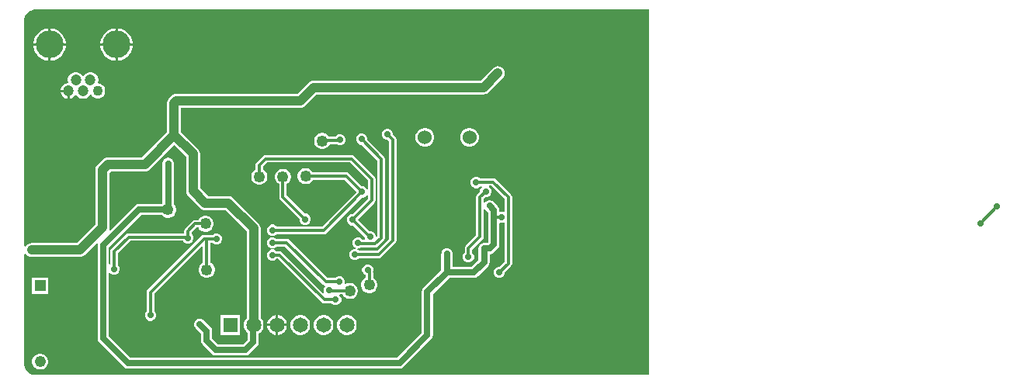
<source format=gbr>
%TF.GenerationSoftware,Altium Limited,Altium Designer,23.9.2 (47)*%
G04 Layer_Physical_Order=2*
G04 Layer_Color=16711680*
%FSLAX45Y45*%
%MOMM*%
%TF.SameCoordinates,CBF7E160-FA54-4A09-933F-9C1B5268631E*%
%TF.FilePolarity,Positive*%
%TF.FileFunction,Copper,L2,Bot,Signal*%
%TF.Part,Single*%
G01*
G75*
%TA.AperFunction,SMDPad,CuDef*%
%ADD19C,1.25000*%
%TA.AperFunction,Conductor*%
%ADD34C,1.00000*%
%ADD37C,0.70000*%
%ADD39C,0.30000*%
%TA.AperFunction,ComponentPad*%
%ADD41C,1.10000*%
%ADD42C,1.20000*%
%ADD43C,3.03000*%
%ADD44C,1.52400*%
%ADD45C,1.65000*%
%ADD46R,1.65000X1.65000*%
%ADD47R,1.23800X1.23800*%
%ADD48C,1.23800*%
%TA.AperFunction,ViaPad*%
%ADD49C,0.70000*%
G36*
X11506809Y7284364D02*
Y7144637D01*
X11496249Y7137581D01*
X11484614Y7142400D01*
X11460586D01*
X11460143Y7142217D01*
X11449583Y7149272D01*
Y7160400D01*
X11444896Y7183967D01*
X11431546Y7203946D01*
X11386546Y7248946D01*
X11381502Y7252316D01*
X11377214Y7256604D01*
X11371610Y7258926D01*
X11366567Y7262295D01*
X11360618Y7263479D01*
X11355014Y7265800D01*
X11348949D01*
X11343000Y7266983D01*
X11337051Y7265800D01*
X11330986D01*
X11325382Y7263479D01*
X11319433Y7262295D01*
X11314390Y7258926D01*
X11308786Y7256604D01*
X11304498Y7252316D01*
X11299454Y7248946D01*
X11296084Y7243902D01*
X11292891Y7240710D01*
X11287802Y7241331D01*
X11280191Y7244603D01*
Y7285938D01*
X11297853Y7303600D01*
X11312014D01*
X11334214Y7312795D01*
X11351205Y7329786D01*
X11360400Y7351986D01*
Y7376014D01*
X11351205Y7398214D01*
X11336656Y7412762D01*
X11339765Y7424192D01*
X11340550Y7425462D01*
X11365711D01*
X11506809Y7284364D01*
D02*
G37*
G36*
X6391000Y9351000D02*
X6391000Y9351000D01*
X13083000D01*
Y9217000D01*
Y5594000D01*
Y5361037D01*
X6392001Y5360999D01*
X6379984Y5360999D01*
X6356414Y5365687D01*
X6334211Y5374884D01*
X6314229Y5388235D01*
X6297236Y5405228D01*
X6283885Y5425210D01*
X6274688Y5447413D01*
X6270000Y5470983D01*
X6270000Y5483000D01*
Y6678205D01*
X6281365Y6684316D01*
X6282700Y6684243D01*
X6294224Y6669224D01*
X6309975Y6657138D01*
X6328317Y6649541D01*
X6348000Y6646949D01*
X6874000D01*
X6893683Y6649541D01*
X6912025Y6657138D01*
X6927776Y6669224D01*
X7060165Y6801613D01*
X7071869Y6795357D01*
X7068417Y6778000D01*
Y5759000D01*
X7073104Y5735433D01*
X7086454Y5715454D01*
X7354454Y5447454D01*
X7374433Y5434104D01*
X7398000Y5429417D01*
X10361000D01*
X10384567Y5434104D01*
X10404546Y5447454D01*
X10706546Y5749454D01*
X10719896Y5769433D01*
X10724583Y5793000D01*
Y6240491D01*
X10902509Y6418417D01*
X11172000D01*
X11195567Y6423105D01*
X11215546Y6436454D01*
X11327546Y6548454D01*
X11340896Y6568433D01*
X11345583Y6592000D01*
Y6678417D01*
X11346995D01*
X11370562Y6683104D01*
X11390541Y6696454D01*
X11431546Y6737459D01*
X11444896Y6757438D01*
X11449583Y6781005D01*
Y7014728D01*
X11460143Y7021784D01*
X11460586Y7021600D01*
X11484614D01*
X11496249Y7026419D01*
X11506809Y7019363D01*
Y6594062D01*
X11452147Y6539400D01*
X11437986D01*
X11415786Y6530205D01*
X11398795Y6513214D01*
X11389600Y6491014D01*
Y6466986D01*
X11398795Y6444786D01*
X11415786Y6427795D01*
X11437986Y6418600D01*
X11462014D01*
X11484214Y6427795D01*
X11501205Y6444786D01*
X11510400Y6466986D01*
Y6481147D01*
X11577127Y6547873D01*
X11586056Y6561237D01*
X11589191Y6577000D01*
Y7301426D01*
X11586056Y7317190D01*
X11577127Y7330553D01*
X11411899Y7495780D01*
X11398536Y7504709D01*
X11382773Y7507845D01*
X11234573D01*
X11232214Y7510205D01*
X11210014Y7519400D01*
X11185986D01*
X11163786Y7510205D01*
X11146795Y7493214D01*
X11137600Y7471014D01*
Y7446986D01*
X11146795Y7424786D01*
X11163786Y7407795D01*
X11185986Y7398600D01*
X11210014D01*
X11232214Y7407795D01*
X11247887Y7423469D01*
X11250605Y7423628D01*
X11253935Y7423135D01*
X11255990Y7422416D01*
X11259314Y7408732D01*
X11248795Y7398214D01*
X11239600Y7376014D01*
Y7361853D01*
X11209873Y7332127D01*
X11200944Y7318763D01*
X11197808Y7303000D01*
Y6884062D01*
X11083873Y6770127D01*
X11074944Y6756763D01*
X11071809Y6741000D01*
Y6693227D01*
X11061796Y6683214D01*
X11052600Y6661014D01*
Y6636986D01*
X11061796Y6614786D01*
X11078786Y6597795D01*
X11100986Y6588600D01*
X11125014D01*
X11147214Y6597795D01*
X11164205Y6614786D01*
X11173400Y6636986D01*
Y6661014D01*
X11164205Y6683214D01*
X11154192Y6693227D01*
Y6723938D01*
X11268127Y6837873D01*
X11277056Y6851237D01*
X11280191Y6867000D01*
Y7166196D01*
X11287802Y7169469D01*
X11292891Y7170090D01*
X11296084Y7166898D01*
X11299454Y7161854D01*
X11326417Y7134891D01*
Y7082000D01*
Y6806514D01*
X11321486Y6801583D01*
X11284000D01*
X11278051Y6800400D01*
X11271986D01*
X11266382Y6798079D01*
X11260433Y6796895D01*
X11255390Y6793526D01*
X11249786Y6791205D01*
X11245498Y6786916D01*
X11240454Y6783546D01*
X11237084Y6778502D01*
X11232795Y6774214D01*
X11230474Y6768610D01*
X11227105Y6763567D01*
X11225921Y6757618D01*
X11223600Y6752014D01*
Y6745949D01*
X11222417Y6740000D01*
Y6617509D01*
X11146491Y6541583D01*
X10938583D01*
Y6678973D01*
X10939583Y6684000D01*
X10938400Y6689949D01*
Y6696014D01*
X10936079Y6701618D01*
X10934896Y6707567D01*
X10931526Y6712610D01*
X10929205Y6718214D01*
X10924916Y6722502D01*
X10921546Y6727546D01*
X10916502Y6730916D01*
X10912214Y6735205D01*
X10906610Y6737526D01*
X10901567Y6740896D01*
X10895618Y6742079D01*
X10890014Y6744400D01*
X10883949D01*
X10878000Y6745583D01*
X10872051Y6744400D01*
X10865986D01*
X10860382Y6742079D01*
X10854433Y6740896D01*
X10849390Y6737526D01*
X10843786Y6735205D01*
X10839498Y6730916D01*
X10834454Y6727546D01*
X10833454Y6726546D01*
X10830084Y6721502D01*
X10826795Y6718214D01*
X10825016Y6713917D01*
X10820105Y6706567D01*
X10818380Y6697897D01*
X10817600Y6696014D01*
Y6693976D01*
X10815417Y6683000D01*
Y6505509D01*
X10619454Y6309546D01*
X10606105Y6289567D01*
X10601417Y6266000D01*
Y5818509D01*
X10335491Y5552583D01*
X7423509D01*
X7191583Y5784509D01*
Y6468038D01*
X7204283Y6473298D01*
X7213786Y6463795D01*
X7235986Y6454600D01*
X7260014D01*
X7282214Y6463795D01*
X7299205Y6480786D01*
X7308400Y6502986D01*
Y6527014D01*
X7299205Y6549214D01*
X7289191Y6559227D01*
Y6688014D01*
X7424986Y6823809D01*
X8002372D01*
X8002795Y6822786D01*
X8019786Y6805795D01*
X8041986Y6796600D01*
X8066014D01*
X8088214Y6805795D01*
X8105205Y6822786D01*
X8114400Y6844986D01*
Y6869014D01*
X8105205Y6891214D01*
X8095191Y6901227D01*
Y6915938D01*
X8148062Y6968809D01*
X8167284D01*
X8174663Y6956028D01*
X8191028Y6939663D01*
X8211072Y6928090D01*
X8233428Y6922100D01*
X8256572D01*
X8278928Y6928090D01*
X8298972Y6939663D01*
X8315337Y6956028D01*
X8326910Y6976072D01*
X8332900Y6998428D01*
Y7021572D01*
X8326910Y7043928D01*
X8315337Y7063972D01*
X8298972Y7080337D01*
X8278928Y7091910D01*
X8256572Y7097900D01*
X8233428D01*
X8211072Y7091910D01*
X8191028Y7080337D01*
X8174663Y7063972D01*
X8167284Y7051191D01*
X8131000D01*
X8115237Y7048056D01*
X8101873Y7039127D01*
X8024873Y6962127D01*
X8015944Y6948763D01*
X8012808Y6933000D01*
Y6906191D01*
X7407924D01*
X7392161Y6903056D01*
X7378797Y6894127D01*
X7218873Y6734203D01*
X7209944Y6720839D01*
X7206809Y6705076D01*
Y6569402D01*
X7204283Y6567715D01*
X7191583Y6574503D01*
Y6752491D01*
X7542032Y7102940D01*
X7773798D01*
X7782552Y7094186D01*
X7802596Y7082614D01*
X7824951Y7076623D01*
X7848096D01*
X7870452Y7082614D01*
X7890496Y7094186D01*
X7906861Y7110551D01*
X7918433Y7130595D01*
X7924424Y7152951D01*
Y7176096D01*
X7918433Y7198451D01*
X7906861Y7218495D01*
X7898583Y7226773D01*
Y7669000D01*
X7897400Y7674949D01*
Y7681014D01*
X7895079Y7686618D01*
X7893896Y7692567D01*
X7890526Y7697610D01*
X7888205Y7703214D01*
X7883916Y7707502D01*
X7880546Y7712546D01*
X7875502Y7715916D01*
X7871214Y7720205D01*
X7865610Y7722526D01*
X7860567Y7725895D01*
X7854618Y7727079D01*
X7849014Y7729400D01*
X7842949D01*
X7837000Y7730583D01*
X7831051Y7729400D01*
X7824986D01*
X7819382Y7727079D01*
X7813433Y7725895D01*
X7808390Y7722526D01*
X7802786Y7720205D01*
X7798498Y7715916D01*
X7793454Y7712546D01*
X7790084Y7707502D01*
X7785795Y7703214D01*
X7783474Y7697610D01*
X7780105Y7692567D01*
X7778921Y7686618D01*
X7776600Y7681014D01*
Y7674949D01*
X7775417Y7669000D01*
Y7227726D01*
X7773798Y7226107D01*
X7516523D01*
X7492957Y7221419D01*
X7472977Y7208069D01*
X7204243Y6939335D01*
X7193476Y6946529D01*
X7195459Y6951317D01*
X7198051Y6971000D01*
Y7567920D01*
X7212080Y7581949D01*
X7583000D01*
X7602683Y7584541D01*
X7621025Y7592138D01*
X7636776Y7604224D01*
X7903000Y7870448D01*
X8032949Y7740499D01*
Y7369000D01*
X8035541Y7349317D01*
X8043138Y7330975D01*
X8055224Y7315224D01*
X8189224Y7181224D01*
X8204975Y7169138D01*
X8212572Y7165991D01*
X8223317Y7161541D01*
X8243000Y7158949D01*
X8465499D01*
X8693949Y6930499D01*
Y5982543D01*
X8683659Y5972252D01*
X8669453Y5947648D01*
X8662100Y5920205D01*
Y5891795D01*
X8669453Y5864352D01*
X8683659Y5839748D01*
X8701917Y5821490D01*
Y5744009D01*
X8653491Y5695583D01*
X8385509D01*
X8316583Y5764509D01*
Y5841000D01*
X8311895Y5864567D01*
X8298546Y5884546D01*
X8225546Y5957546D01*
X8220502Y5960916D01*
X8216214Y5965205D01*
X8210610Y5967526D01*
X8205567Y5970896D01*
X8199618Y5972079D01*
X8194014Y5974400D01*
X8187949D01*
X8182000Y5975583D01*
X8176051Y5974400D01*
X8169986D01*
X8164382Y5972079D01*
X8158433Y5970896D01*
X8153390Y5967526D01*
X8147786Y5965205D01*
X8143498Y5960916D01*
X8138454Y5957546D01*
X8135084Y5952502D01*
X8130795Y5948214D01*
X8128474Y5942610D01*
X8125104Y5937567D01*
X8123921Y5931618D01*
X8121600Y5926014D01*
Y5919949D01*
X8120417Y5914000D01*
X8121600Y5908051D01*
Y5901986D01*
X8123921Y5896382D01*
X8125104Y5890433D01*
X8128474Y5885390D01*
X8130795Y5879786D01*
X8135084Y5875498D01*
X8138454Y5870454D01*
X8193417Y5815491D01*
Y5739000D01*
X8198105Y5715433D01*
X8211454Y5695454D01*
X8316454Y5590454D01*
X8336433Y5577104D01*
X8360000Y5572417D01*
X8679000D01*
X8702567Y5577104D01*
X8722546Y5590454D01*
X8807046Y5674954D01*
X8820396Y5694933D01*
X8825083Y5718500D01*
Y5813210D01*
X8836252Y5819659D01*
X8856341Y5839748D01*
X8870547Y5864352D01*
X8877900Y5891795D01*
Y5920205D01*
X8870547Y5947648D01*
X8856341Y5972252D01*
X8846051Y5982543D01*
Y6962000D01*
X8843459Y6981684D01*
X8835862Y7000026D01*
X8823776Y7015776D01*
X8550776Y7288776D01*
X8535026Y7300862D01*
X8516684Y7308459D01*
X8497000Y7311051D01*
X8274501D01*
X8185051Y7400501D01*
Y7772000D01*
X8182459Y7791683D01*
X8178009Y7802428D01*
X8174862Y7810025D01*
X8162776Y7825776D01*
X7979051Y8009501D01*
Y8274949D01*
X9278000D01*
X9297683Y8277541D01*
X9316025Y8285138D01*
X9331776Y8297224D01*
X9333776Y8299224D01*
X9333777Y8299225D01*
X9455501Y8420949D01*
X11277000D01*
X11296684Y8423541D01*
X11315025Y8431138D01*
X11330776Y8443224D01*
X11486776Y8599224D01*
X11498862Y8614975D01*
X11506459Y8633317D01*
X11509051Y8653000D01*
X11506459Y8672683D01*
X11498862Y8691025D01*
X11486776Y8706776D01*
X11471025Y8718862D01*
X11452683Y8726459D01*
X11433000Y8729051D01*
X11413317Y8726459D01*
X11394975Y8718862D01*
X11379224Y8706776D01*
X11245499Y8573051D01*
X9424000D01*
X9404316Y8570459D01*
X9385975Y8562862D01*
X9370224Y8550776D01*
X9246499Y8427051D01*
X7925000D01*
X7905316Y8424459D01*
X7886975Y8416862D01*
X7871224Y8404776D01*
X7849224Y8382776D01*
X7837138Y8367025D01*
X7829541Y8348684D01*
X7826949Y8329000D01*
Y8009501D01*
X7551499Y7734051D01*
X7180579D01*
X7160895Y7731459D01*
X7150151Y7727009D01*
X7142553Y7723862D01*
X7126803Y7711776D01*
X7068224Y7653197D01*
X7056138Y7637446D01*
X7048541Y7619105D01*
X7045949Y7599421D01*
Y7002501D01*
X6842499Y6799051D01*
X6348000D01*
X6328317Y6796459D01*
X6309975Y6788862D01*
X6294224Y6776776D01*
X6282700Y6761757D01*
X6281365Y6761684D01*
X6270000Y6767795D01*
Y9230000D01*
X6269999Y9241917D01*
X6274648Y9265295D01*
X6283768Y9287316D01*
X6297010Y9307135D01*
X6313864Y9323989D01*
X6333683Y9337231D01*
X6355704Y9346352D01*
X6379082Y9351001D01*
X6391000Y9351000D01*
D02*
G37*
%LPC*%
G36*
X7292423Y9142400D02*
X7287700D01*
Y8978200D01*
X7451899D01*
Y8982923D01*
X7445101Y9017100D01*
X7431766Y9049294D01*
X7412407Y9078267D01*
X7387767Y9102907D01*
X7358793Y9122266D01*
X7326600Y9135602D01*
X7292423Y9142400D01*
D02*
G37*
G36*
X6562423D02*
X6557700D01*
Y8978200D01*
X6721899D01*
Y8982923D01*
X6715101Y9017100D01*
X6701766Y9049294D01*
X6682407Y9078267D01*
X6657767Y9102907D01*
X6628793Y9122266D01*
X6596599Y9135602D01*
X6562423Y9142400D01*
D02*
G37*
G36*
X7262300D02*
X7257577D01*
X7223400Y9135602D01*
X7191206Y9122266D01*
X7162233Y9102907D01*
X7137593Y9078267D01*
X7118233Y9049294D01*
X7104898Y9017100D01*
X7098100Y8982923D01*
Y8978200D01*
X7262300D01*
Y9142400D01*
D02*
G37*
G36*
X6532300D02*
X6527576D01*
X6493400Y9135602D01*
X6461206Y9122266D01*
X6432233Y9102907D01*
X6407592Y9078267D01*
X6388233Y9049294D01*
X6374898Y9017100D01*
X6368100Y8982923D01*
Y8978200D01*
X6532300D01*
Y9142400D01*
D02*
G37*
G36*
X7451899Y8952800D02*
X7287700D01*
Y8788600D01*
X7292423D01*
X7326600Y8795398D01*
X7358793Y8808733D01*
X7387767Y8828093D01*
X7412407Y8852733D01*
X7431766Y8881706D01*
X7445101Y8913900D01*
X7451899Y8948077D01*
Y8952800D01*
D02*
G37*
G36*
X7262300D02*
X7098100D01*
Y8948077D01*
X7104898Y8913900D01*
X7118233Y8881706D01*
X7137593Y8852733D01*
X7162233Y8828093D01*
X7191206Y8808733D01*
X7223400Y8795398D01*
X7257577Y8788600D01*
X7262300D01*
Y8952800D01*
D02*
G37*
G36*
X6721899D02*
X6557700D01*
Y8788600D01*
X6562423D01*
X6596599Y8795398D01*
X6628793Y8808733D01*
X6657767Y8828093D01*
X6682407Y8852733D01*
X6701766Y8881706D01*
X6715101Y8913900D01*
X6721899Y8948077D01*
Y8952800D01*
D02*
G37*
G36*
X6532300D02*
X6368100D01*
Y8948077D01*
X6374898Y8913900D01*
X6388233Y8881706D01*
X6407592Y8852733D01*
X6432233Y8828093D01*
X6461206Y8808733D01*
X6493400Y8795398D01*
X6527576Y8788600D01*
X6532300D01*
Y8952800D01*
D02*
G37*
G36*
X7001243Y8665900D02*
X6978756D01*
X6957036Y8660080D01*
X6937563Y8648837D01*
X6921663Y8632937D01*
X6917332Y8625436D01*
X6902667D01*
X6898336Y8632937D01*
X6882436Y8648837D01*
X6862963Y8660080D01*
X6841243Y8665900D01*
X6818756D01*
X6797036Y8660080D01*
X6777563Y8648837D01*
X6761663Y8632937D01*
X6750420Y8613463D01*
X6744600Y8591743D01*
Y8569257D01*
X6747455Y8558600D01*
X6738756Y8545900D01*
X6717036Y8540080D01*
X6697563Y8528837D01*
X6681663Y8512937D01*
X6670419Y8493463D01*
X6664990Y8473200D01*
X6749999D01*
Y8460500D01*
X6762699D01*
Y8375490D01*
X6782963Y8380920D01*
X6802436Y8392163D01*
X6818336Y8408063D01*
X6822667Y8415564D01*
X6837332D01*
X6841663Y8408063D01*
X6857563Y8392163D01*
X6877037Y8380920D01*
X6898757Y8375100D01*
X6921243D01*
X6942963Y8380920D01*
X6962436Y8392163D01*
X6978337Y8408063D01*
X6985554Y8420564D01*
X7000219D01*
X7005664Y8411133D01*
X7020633Y8396164D01*
X7038966Y8385579D01*
X7059415Y8380100D01*
X7080585D01*
X7101033Y8385579D01*
X7119366Y8396164D01*
X7134335Y8411133D01*
X7144920Y8429467D01*
X7150399Y8449915D01*
Y8471085D01*
X7144920Y8491533D01*
X7134335Y8509867D01*
X7119366Y8524836D01*
X7101033Y8535421D01*
X7080585Y8540900D01*
X7079276D01*
X7071204Y8553600D01*
X7075399Y8569257D01*
Y8591743D01*
X7069579Y8613463D01*
X7058336Y8632937D01*
X7042436Y8648837D01*
X7022963Y8660080D01*
X7001243Y8665900D01*
D02*
G37*
G36*
X6737299Y8447800D02*
X6664990D01*
X6670419Y8427537D01*
X6681663Y8408063D01*
X6697563Y8392163D01*
X6717036Y8380920D01*
X6737299Y8375490D01*
Y8447800D01*
D02*
G37*
G36*
X9528572Y8002900D02*
X9505428D01*
X9483072Y7996910D01*
X9463028Y7985337D01*
X9446663Y7968972D01*
X9435090Y7948928D01*
X9429100Y7926572D01*
Y7903428D01*
X9435090Y7881072D01*
X9446663Y7861028D01*
X9463028Y7844662D01*
X9483072Y7833090D01*
X9505428Y7827100D01*
X9528572D01*
X9550928Y7833090D01*
X9570972Y7844662D01*
X9587337Y7861028D01*
X9598758Y7880808D01*
X9669773D01*
X9675786Y7874795D01*
X9697986Y7865600D01*
X9722014D01*
X9744214Y7874795D01*
X9761205Y7891786D01*
X9770400Y7913986D01*
Y7938014D01*
X9761205Y7960214D01*
X9744214Y7977205D01*
X9722014Y7986400D01*
X9697986D01*
X9675786Y7977205D01*
X9661773Y7963191D01*
X9590675D01*
X9587337Y7968972D01*
X9570972Y7985337D01*
X9550928Y7996910D01*
X9528572Y8002900D01*
D02*
G37*
G36*
X11138376Y8055600D02*
X11111624D01*
X11085784Y8048676D01*
X11062616Y8035300D01*
X11043700Y8016384D01*
X11030324Y7993216D01*
X11023400Y7967376D01*
Y7940624D01*
X11030324Y7914784D01*
X11043700Y7891616D01*
X11062616Y7872700D01*
X11085784Y7859324D01*
X11111624Y7852400D01*
X11138376D01*
X11164216Y7859324D01*
X11187384Y7872700D01*
X11206300Y7891616D01*
X11219676Y7914784D01*
X11226600Y7940624D01*
Y7967376D01*
X11219676Y7993216D01*
X11206300Y8016384D01*
X11187384Y8035300D01*
X11164216Y8048676D01*
X11138376Y8055600D01*
D02*
G37*
G36*
X10650376D02*
X10623624D01*
X10597784Y8048676D01*
X10574616Y8035300D01*
X10555700Y8016384D01*
X10542324Y7993216D01*
X10535400Y7967376D01*
Y7940624D01*
X10542324Y7914784D01*
X10555700Y7891616D01*
X10574616Y7872700D01*
X10597784Y7859324D01*
X10623624Y7852400D01*
X10650376D01*
X10676216Y7859324D01*
X10699384Y7872700D01*
X10718300Y7891616D01*
X10731676Y7914784D01*
X10738600Y7940624D01*
Y7967376D01*
X10731676Y7993216D01*
X10718300Y8016384D01*
X10699384Y8035300D01*
X10676216Y8048676D01*
X10650376Y8055600D01*
D02*
G37*
G36*
X9100572Y7609900D02*
X9077428D01*
X9055072Y7603910D01*
X9035028Y7592337D01*
X9018663Y7575972D01*
X9007090Y7555928D01*
X9001100Y7533572D01*
Y7510428D01*
X9007090Y7488072D01*
X9018663Y7468028D01*
X9035028Y7451663D01*
X9047809Y7444284D01*
Y7304000D01*
X9050944Y7288237D01*
X9059873Y7274873D01*
X9272600Y7062146D01*
Y7047986D01*
X9281795Y7025786D01*
X9298786Y7008795D01*
X9320986Y6999600D01*
X9345014D01*
X9367214Y7008795D01*
X9384204Y7025786D01*
X9393400Y7047986D01*
Y7072014D01*
X9384204Y7094214D01*
X9367214Y7111205D01*
X9345014Y7120400D01*
X9330854D01*
X9130192Y7321062D01*
Y7444284D01*
X9142972Y7451663D01*
X9159338Y7468028D01*
X9170910Y7488072D01*
X9176900Y7510428D01*
Y7533572D01*
X9170910Y7555928D01*
X9159338Y7575972D01*
X9142972Y7592337D01*
X9122928Y7603910D01*
X9100572Y7609900D01*
D02*
G37*
G36*
X8377014Y6907400D02*
X8352986D01*
X8330786Y6898205D01*
X8320773Y6888191D01*
X8228000D01*
X8212237Y6885056D01*
X8198873Y6876127D01*
X7614873Y6292127D01*
X7605944Y6278763D01*
X7602809Y6263000D01*
Y6055227D01*
X7592795Y6045214D01*
X7583600Y6023014D01*
Y5998986D01*
X7592795Y5976786D01*
X7609786Y5959795D01*
X7631986Y5950600D01*
X7656014D01*
X7678214Y5959795D01*
X7695205Y5976786D01*
X7704400Y5998986D01*
Y6023014D01*
X7695205Y6045214D01*
X7685191Y6055227D01*
Y6245938D01*
X8206075Y6766822D01*
X8217809Y6761962D01*
Y6585716D01*
X8205028Y6578337D01*
X8188663Y6561972D01*
X8177090Y6541928D01*
X8171100Y6519572D01*
Y6496428D01*
X8177090Y6474072D01*
X8188663Y6454028D01*
X8205028Y6437663D01*
X8225072Y6426090D01*
X8247428Y6420100D01*
X8270572D01*
X8292928Y6426090D01*
X8312972Y6437663D01*
X8329337Y6454028D01*
X8340910Y6474072D01*
X8346900Y6496428D01*
Y6519572D01*
X8340910Y6541928D01*
X8329337Y6561972D01*
X8312972Y6578337D01*
X8300191Y6585716D01*
Y6805809D01*
X8320773D01*
X8330786Y6795795D01*
X8352986Y6786600D01*
X8377014D01*
X8399214Y6795795D01*
X8416205Y6812786D01*
X8425400Y6834986D01*
Y6859014D01*
X8416205Y6881214D01*
X8399214Y6898205D01*
X8377014Y6907400D01*
D02*
G37*
G36*
X10241014Y8048400D02*
X10216986D01*
X10194786Y8039205D01*
X10177795Y8022214D01*
X10168600Y8000014D01*
Y7975986D01*
X10177795Y7953786D01*
X10194786Y7936795D01*
X10216986Y7927600D01*
X10231147D01*
X10245809Y7912938D01*
Y6847062D01*
X10114938Y6716192D01*
X9920227D01*
X9910214Y6726205D01*
X9901292Y6729900D01*
X9903819Y6742600D01*
X9921014D01*
X9940411Y6750634D01*
X9946574Y6749408D01*
X10096600D01*
X10112363Y6752544D01*
X10125727Y6761473D01*
X10190127Y6825873D01*
X10199056Y6839237D01*
X10202191Y6855000D01*
Y7720000D01*
X10199056Y7735763D01*
X10190127Y7749127D01*
X10008400Y7930853D01*
Y7945014D01*
X9999205Y7967214D01*
X9982214Y7984205D01*
X9960014Y7993400D01*
X9935986D01*
X9913786Y7984205D01*
X9896795Y7967214D01*
X9887600Y7945014D01*
Y7920986D01*
X9896795Y7898786D01*
X9913786Y7881795D01*
X9935986Y7872600D01*
X9950146D01*
X10119809Y7702938D01*
Y6875238D01*
X10112719Y6869695D01*
X10100400Y6875197D01*
Y6878014D01*
X10091205Y6900214D01*
X10074214Y6917205D01*
X10052014Y6926400D01*
X10034853D01*
X9907400Y7053853D01*
Y7055147D01*
X10088127Y7235873D01*
X10097056Y7249237D01*
X10100191Y7265000D01*
Y7497000D01*
X10097056Y7512763D01*
X10088127Y7526127D01*
X9865127Y7749127D01*
X9851763Y7758056D01*
X9836000Y7761191D01*
X8902000D01*
X8886237Y7758056D01*
X8872873Y7749127D01*
X8801873Y7678127D01*
X8792944Y7664763D01*
X8789809Y7649000D01*
Y7601716D01*
X8777028Y7594337D01*
X8760663Y7577972D01*
X8749090Y7557928D01*
X8743100Y7535572D01*
Y7512428D01*
X8749090Y7490072D01*
X8760663Y7470028D01*
X8777028Y7453663D01*
X8797072Y7442090D01*
X8819428Y7436100D01*
X8842572D01*
X8864928Y7442090D01*
X8884972Y7453663D01*
X8901338Y7470028D01*
X8912910Y7490072D01*
X8918900Y7512428D01*
Y7535572D01*
X8912910Y7557928D01*
X8901338Y7577972D01*
X8884972Y7594337D01*
X8872192Y7601716D01*
Y7631938D01*
X8919062Y7678809D01*
X9818938D01*
X10017809Y7479938D01*
Y7389143D01*
X10005109Y7386617D01*
X10003205Y7391214D01*
X9986214Y7408205D01*
X9964014Y7417400D01*
X9949854D01*
X9807127Y7560127D01*
X9793763Y7569056D01*
X9778000Y7572191D01*
X9415716D01*
X9408338Y7584972D01*
X9391972Y7601337D01*
X9371928Y7612910D01*
X9349572Y7618900D01*
X9326428D01*
X9304072Y7612910D01*
X9284028Y7601337D01*
X9267663Y7584972D01*
X9256090Y7564928D01*
X9250100Y7542572D01*
Y7519428D01*
X9256090Y7497072D01*
X9267663Y7477028D01*
X9284028Y7460662D01*
X9304072Y7449090D01*
X9326428Y7443100D01*
X9349572D01*
X9371928Y7449090D01*
X9391972Y7460662D01*
X9408338Y7477028D01*
X9415716Y7489808D01*
X9760938D01*
X9891600Y7359146D01*
Y7354853D01*
X9514938Y6978192D01*
X9023227D01*
X9009214Y6992205D01*
X8987014Y7001400D01*
X8962986D01*
X8940786Y6992205D01*
X8923795Y6975214D01*
X8914600Y6953014D01*
Y6928986D01*
X8923795Y6906786D01*
X8940786Y6889795D01*
X8962986Y6880600D01*
X8987014D01*
X9009214Y6889795D01*
X9015227Y6895809D01*
X9532000D01*
X9547763Y6898944D01*
X9561127Y6907873D01*
X9949853Y7296600D01*
X9964014D01*
X9986214Y7305795D01*
X10003205Y7322786D01*
X10005109Y7327383D01*
X10017809Y7324857D01*
Y7282062D01*
X9849147Y7113400D01*
X9834986D01*
X9812786Y7104205D01*
X9795795Y7087214D01*
X9786600Y7065014D01*
Y7040986D01*
X9795795Y7018786D01*
X9812786Y7001795D01*
X9834986Y6992600D01*
X9852146D01*
X9979600Y6865147D01*
Y6853986D01*
X9984419Y6842351D01*
X9977363Y6831791D01*
X9962451D01*
X9960205Y6837214D01*
X9943214Y6854205D01*
X9921014Y6863400D01*
X9896986D01*
X9874786Y6854205D01*
X9857795Y6837214D01*
X9848600Y6815014D01*
Y6790986D01*
X9857795Y6768786D01*
X9874786Y6751795D01*
X9883708Y6748100D01*
X9881181Y6735400D01*
X9863986D01*
X9841786Y6726205D01*
X9824795Y6709214D01*
X9815600Y6687014D01*
Y6662986D01*
X9824795Y6640786D01*
X9841786Y6623795D01*
X9863986Y6614600D01*
X9888014D01*
X9910214Y6623795D01*
X9920227Y6633809D01*
X10132000D01*
X10147763Y6636944D01*
X10161127Y6645873D01*
X10316127Y6800873D01*
X10325056Y6814237D01*
X10328191Y6830000D01*
Y7930000D01*
X10325056Y7945763D01*
X10316127Y7959127D01*
X10289400Y7985853D01*
Y8000014D01*
X10280205Y8022214D01*
X10263214Y8039205D01*
X10241014Y8048400D01*
D02*
G37*
G36*
X10026014Y6567400D02*
X10001986D01*
X9979786Y6558205D01*
X9962795Y6541214D01*
X9953600Y6519014D01*
Y6494986D01*
X9962795Y6472786D01*
X9979786Y6455795D01*
X9989809Y6451644D01*
Y6420716D01*
X9977028Y6413337D01*
X9960663Y6396972D01*
X9949090Y6376928D01*
X9943100Y6354572D01*
Y6331428D01*
X9949090Y6309072D01*
X9960663Y6289028D01*
X9977028Y6272663D01*
X9997072Y6261090D01*
X10019428Y6255100D01*
X10042572D01*
X10064928Y6261090D01*
X10084972Y6272663D01*
X10101337Y6289028D01*
X10112910Y6309072D01*
X10118900Y6331428D01*
Y6354572D01*
X10112910Y6376928D01*
X10101337Y6396972D01*
X10084972Y6413337D01*
X10072191Y6420716D01*
Y6479176D01*
X10070783Y6486254D01*
X10074400Y6494986D01*
Y6519014D01*
X10065205Y6541214D01*
X10048214Y6558205D01*
X10026014Y6567400D01*
D02*
G37*
G36*
X8987014Y6864400D02*
X8962986D01*
X8940786Y6855205D01*
X8923795Y6838214D01*
X8914600Y6816014D01*
Y6791986D01*
X8923795Y6769786D01*
X8940786Y6752795D01*
X8962986Y6743600D01*
X8987014D01*
X9009214Y6752795D01*
X9019227Y6762809D01*
X9114938D01*
X9529874Y6347873D01*
X9543237Y6338944D01*
X9546013Y6338392D01*
X9550193Y6324611D01*
X9542795Y6317214D01*
X9533600Y6295014D01*
Y6270986D01*
X9539520Y6256694D01*
X9528753Y6249500D01*
X9079126Y6699127D01*
X9065763Y6708056D01*
X9050000Y6711192D01*
X9017227D01*
X9007214Y6721205D01*
X8985014Y6730400D01*
X8960986D01*
X8938786Y6721205D01*
X8921795Y6704214D01*
X8912600Y6682014D01*
Y6657986D01*
X8921795Y6635786D01*
X8938786Y6618795D01*
X8960986Y6609600D01*
X8985014D01*
X9007214Y6618795D01*
X9017227Y6628809D01*
X9032938D01*
X9509873Y6151873D01*
X9523236Y6142944D01*
X9539000Y6139809D01*
X9620773D01*
X9630786Y6129795D01*
X9652986Y6120600D01*
X9677014D01*
X9699214Y6129795D01*
X9716205Y6146786D01*
X9725400Y6168986D01*
Y6193014D01*
X9716205Y6215214D01*
X9704810Y6226609D01*
X9710070Y6239309D01*
X9739840D01*
X9748662Y6224028D01*
X9765028Y6207662D01*
X9785072Y6196090D01*
X9807428Y6190100D01*
X9830572D01*
X9852928Y6196090D01*
X9872972Y6207662D01*
X9889337Y6224028D01*
X9900910Y6244072D01*
X9906900Y6266428D01*
Y6289572D01*
X9900910Y6311928D01*
X9889337Y6331972D01*
X9872972Y6348337D01*
X9852928Y6359910D01*
X9830572Y6365900D01*
X9807428D01*
X9785072Y6359910D01*
X9775835Y6354577D01*
X9765751Y6363420D01*
X9766400Y6364986D01*
Y6389014D01*
X9757205Y6411214D01*
X9740214Y6428205D01*
X9718014Y6437400D01*
X9693986D01*
X9671786Y6428205D01*
X9661773Y6418191D01*
X9576062D01*
X9161127Y6833127D01*
X9147764Y6842056D01*
X9132000Y6845192D01*
X9019227D01*
X9009214Y6855205D01*
X8987014Y6864400D01*
D02*
G37*
G36*
X6529300Y6421900D02*
X6354700D01*
Y6247300D01*
X6529300D01*
Y6421900D01*
D02*
G37*
G36*
X9038205Y6013900D02*
X9036700D01*
Y5918700D01*
X9131900D01*
Y5920205D01*
X9124547Y5947648D01*
X9110341Y5972252D01*
X9090252Y5992342D01*
X9065648Y6006547D01*
X9038205Y6013900D01*
D02*
G37*
G36*
X9011300D02*
X9009795D01*
X8982352Y6006547D01*
X8957748Y5992342D01*
X8937659Y5972252D01*
X8923453Y5947648D01*
X8916100Y5920205D01*
Y5918700D01*
X9011300D01*
Y6013900D01*
D02*
G37*
G36*
X9800205D02*
X9771795D01*
X9744352Y6006547D01*
X9719748Y5992342D01*
X9699659Y5972252D01*
X9685453Y5947648D01*
X9678100Y5920205D01*
Y5891795D01*
X9685453Y5864352D01*
X9699659Y5839748D01*
X9719748Y5819659D01*
X9744352Y5805453D01*
X9771795Y5798100D01*
X9800205D01*
X9827648Y5805453D01*
X9852252Y5819659D01*
X9872341Y5839748D01*
X9886547Y5864352D01*
X9893900Y5891795D01*
Y5920205D01*
X9886547Y5947648D01*
X9872341Y5972252D01*
X9852252Y5992342D01*
X9827648Y6006547D01*
X9800205Y6013900D01*
D02*
G37*
G36*
X9546205D02*
X9517795D01*
X9490352Y6006547D01*
X9465748Y5992342D01*
X9445659Y5972252D01*
X9431453Y5947648D01*
X9424100Y5920205D01*
Y5891795D01*
X9431453Y5864352D01*
X9445659Y5839748D01*
X9465748Y5819659D01*
X9490352Y5805453D01*
X9517795Y5798100D01*
X9546205D01*
X9573648Y5805453D01*
X9598252Y5819659D01*
X9618341Y5839748D01*
X9632547Y5864352D01*
X9639900Y5891795D01*
Y5920205D01*
X9632547Y5947648D01*
X9618341Y5972252D01*
X9598252Y5992342D01*
X9573648Y6006547D01*
X9546205Y6013900D01*
D02*
G37*
G36*
X9292205D02*
X9263795D01*
X9236352Y6006547D01*
X9211748Y5992342D01*
X9191659Y5972252D01*
X9177453Y5947648D01*
X9170100Y5920205D01*
Y5891795D01*
X9177453Y5864352D01*
X9191659Y5839748D01*
X9211748Y5819659D01*
X9236352Y5805453D01*
X9263795Y5798100D01*
X9292205D01*
X9319648Y5805453D01*
X9344252Y5819659D01*
X9364341Y5839748D01*
X9378547Y5864352D01*
X9385900Y5891795D01*
Y5920205D01*
X9378547Y5947648D01*
X9364341Y5972252D01*
X9344252Y5992342D01*
X9319648Y6006547D01*
X9292205Y6013900D01*
D02*
G37*
G36*
X9131900Y5893300D02*
X9036700D01*
Y5798100D01*
X9038205D01*
X9065648Y5805453D01*
X9090252Y5819659D01*
X9110341Y5839748D01*
X9124547Y5864352D01*
X9131900Y5891795D01*
Y5893300D01*
D02*
G37*
G36*
X9011300D02*
X8916100D01*
Y5891795D01*
X8923453Y5864352D01*
X8937659Y5839748D01*
X8957748Y5819659D01*
X8982352Y5805453D01*
X9009795Y5798100D01*
X9011300D01*
Y5893300D01*
D02*
G37*
G36*
X8623900Y6013900D02*
X8408100D01*
Y5798100D01*
X8623900D01*
Y6013900D01*
D02*
G37*
G36*
X6453493Y5592700D02*
X6430507D01*
X6408303Y5586751D01*
X6388397Y5575258D01*
X6372143Y5559004D01*
X6360649Y5539097D01*
X6354700Y5516893D01*
Y5493907D01*
X6360649Y5471704D01*
X6372143Y5451797D01*
X6388397Y5435543D01*
X6408303Y5424049D01*
X6430507Y5418100D01*
X6453493D01*
X6475697Y5424049D01*
X6495603Y5435543D01*
X6511857Y5451797D01*
X6523351Y5471704D01*
X6529300Y5493907D01*
Y5516893D01*
X6523351Y5539097D01*
X6511857Y5559004D01*
X6495603Y5575258D01*
X6475697Y5586751D01*
X6453493Y5592700D01*
D02*
G37*
%LPD*%
D19*
X7836524Y7164523D02*
D03*
X8259000Y6508000D02*
D03*
X8245000Y7010000D02*
D03*
X9517000Y7915000D02*
D03*
X9089000Y7522000D02*
D03*
X9819000Y6278000D02*
D03*
X8831000Y7524000D02*
D03*
X9338000Y7531000D02*
D03*
X10031000Y6343000D02*
D03*
D34*
X8243000Y7235000D02*
X8497000D01*
X8770000Y6962000D01*
Y5906000D02*
Y6962000D01*
X9424000Y8497000D02*
X11277000D01*
X9280000Y8353000D02*
X9424000Y8497000D01*
X9278000Y8351000D02*
X9280000Y8353000D01*
X7180579Y7658000D02*
X7583000D01*
X7122000Y6971000D02*
Y7599421D01*
X7180579Y7658000D01*
X6874000Y6723000D02*
X7122000Y6971000D01*
X7925000Y8351000D02*
X9278000D01*
X7903000Y8329000D02*
X7925000Y8351000D01*
X6348000Y6723000D02*
X6874000D01*
X7583000Y7658000D02*
X7903000Y7978000D01*
X8109000Y7369000D02*
X8243000Y7235000D01*
X8109000Y7369000D02*
Y7772000D01*
X7903000Y7978000D02*
X8109000Y7772000D01*
X7903000Y7978000D02*
Y8329000D01*
X11277000Y8497000D02*
X11433000Y8653000D01*
D37*
X7836524Y7164523D02*
X7837000Y7165000D01*
Y7669000D01*
X7516523Y7164523D02*
X7836524D01*
X7130000Y6778000D02*
X7516523Y7164523D01*
X7130000Y5759000D02*
Y6778000D01*
X11388000Y7082000D02*
Y7160400D01*
Y6781005D02*
Y7082000D01*
X11343000Y7205400D02*
X11388000Y7160400D01*
X11284000Y6740000D02*
X11346995D01*
X11388000Y6781005D01*
X11172000Y6480000D02*
X11284000Y6592000D01*
Y6740000D01*
X10877000Y6480000D02*
X11172000D01*
X10877000Y6683000D02*
X10878000Y6684000D01*
X10877000Y6480000D02*
Y6683000D01*
X10663000Y6266000D02*
X10877000Y6480000D01*
X10663000Y5793000D02*
Y6266000D01*
X10361000Y5491000D02*
X10663000Y5793000D01*
X7398000Y5491000D02*
X10361000D01*
X7130000Y5759000D02*
X7398000Y5491000D01*
X8679000Y5634000D02*
X8763500Y5718500D01*
Y5899500D01*
X8360000Y5634000D02*
X8679000D01*
X8763500Y5899500D02*
X8770000Y5906000D01*
X8255000Y5739000D02*
X8360000Y5634000D01*
X8182000Y5914000D02*
X8255000Y5841000D01*
Y5739000D02*
Y5841000D01*
D39*
X7248000Y6705076D02*
X7407924Y6865000D01*
X7248000Y6515000D02*
Y6705076D01*
X7407924Y6865000D02*
X8046000D01*
X8054000Y6857000D01*
X7644000Y6011000D02*
Y6263000D01*
X8228000Y6847000D01*
X11382773Y7466654D02*
X11548000Y7301426D01*
X11205653Y7466654D02*
X11382773D01*
X11198000Y7459000D02*
X11205653Y7466654D01*
X16695000Y7016000D02*
X16875000Y7196000D01*
X11239000Y6867000D02*
Y7303000D01*
X11113000Y6741000D02*
X11239000Y6867000D01*
Y7303000D02*
X11300000Y7364000D01*
X11113000Y6649000D02*
Y6741000D01*
X9517000Y7915000D02*
X9524000Y7922000D01*
X9706000D01*
X9710000Y7926000D01*
X11548000Y6577000D02*
Y7301426D01*
X11388000Y7082000D02*
X11472600D01*
X11450000Y6479000D02*
X11548000Y6577000D01*
X8260000Y6847000D02*
X8365000D01*
X9089000Y7304000D02*
X9333000Y7060000D01*
X9089000Y7304000D02*
Y7522000D01*
X8831000Y7649000D02*
X8902000Y7720000D01*
X8831000Y7524000D02*
Y7649000D01*
X8902000Y7720000D02*
X9836000D01*
X10059000Y7497000D01*
Y7265000D02*
Y7497000D01*
X9847000Y7053000D02*
X10059000Y7265000D01*
X10014000Y6496176D02*
Y6507000D01*
X10031000Y6343000D02*
Y6479176D01*
X10014000Y6496176D02*
X10031000Y6479176D01*
X9596500Y6280500D02*
X9816500D01*
X9819000Y6278000D01*
X9594000Y6283000D02*
X9596500Y6280500D01*
X9532000Y6937000D02*
X9952000Y7357000D01*
X9778000Y7531000D02*
X9952000Y7357000D01*
X9338000Y7531000D02*
X9778000D01*
X8054000Y6857000D02*
Y6933000D01*
X8131000Y7010000D01*
X8245000D01*
X8228000Y6847000D02*
X8260000D01*
X8259000Y6846000D02*
X8260000Y6847000D01*
X8259000Y6508000D02*
Y6846000D01*
X9050000Y6670000D02*
X9539000Y6181000D01*
X9665000D01*
X8973000Y6670000D02*
X9050000D01*
X9559000Y6377000D02*
X9706000D01*
X9132000Y6804000D02*
X9559000Y6377000D01*
X8975000Y6804000D02*
X9132000D01*
X8975000Y6941000D02*
X8979000Y6937000D01*
X9532000D01*
X10229000Y7988000D02*
X10287000Y7930000D01*
Y6830000D02*
Y7930000D01*
X10161000Y6855000D02*
Y7720000D01*
X9948000Y7933000D02*
X10161000Y7720000D01*
X10132000Y6675000D02*
X10287000Y6830000D01*
X9946574Y6790600D02*
X10096600D01*
X10161000Y6855000D01*
X9850000Y7053000D02*
X10037000Y6866000D01*
X10040000D01*
X9847000Y7053000D02*
X9850000D01*
X9941827Y6795347D02*
X9946574Y6790600D01*
X9916654Y6795347D02*
X9941827D01*
X9909000Y6803000D02*
X9916654Y6795347D01*
X9876000Y6675000D02*
X10132000D01*
D41*
X7070000Y8460500D02*
D03*
D42*
X6989999Y8580500D02*
D03*
X6910000Y8460500D02*
D03*
X6830000Y8580500D02*
D03*
X6749999Y8460500D02*
D03*
D43*
X7275000Y8965500D02*
D03*
X6545000D02*
D03*
D44*
X10637000Y7954000D02*
D03*
X11125000D02*
D03*
D45*
X9786000Y5906000D02*
D03*
X9532000D02*
D03*
X9278000D02*
D03*
X9024000D02*
D03*
X8770000D02*
D03*
D46*
X8516000D02*
D03*
D47*
X6442000Y6334600D02*
D03*
D48*
Y5505400D02*
D03*
D49*
X11664000Y7078000D02*
D03*
X6596000Y7431000D02*
D03*
X7708000Y8039000D02*
D03*
X7270000Y7302000D02*
D03*
X7837000Y7669000D02*
D03*
X7248000Y6515000D02*
D03*
X6871000Y7301000D02*
D03*
X7263000Y8264000D02*
D03*
X7644000Y6011000D02*
D03*
X6916000Y8928000D02*
D03*
X7033000Y9177000D02*
D03*
X6808000Y9180000D02*
D03*
X12509500Y7078500D02*
D03*
X12329500Y7077000D02*
D03*
X6597575Y8265426D02*
D03*
X8353000Y7587000D02*
D03*
X8399000Y8940000D02*
D03*
X8860000Y8890000D02*
D03*
X8747000D02*
D03*
X10870000Y7214000D02*
D03*
X11085000D02*
D03*
X11032000Y7103000D02*
D03*
X10913000D02*
D03*
X11088000Y7003000D02*
D03*
X10974000Y7000000D02*
D03*
X10861000Y7001000D02*
D03*
X7982000Y7063000D02*
D03*
X10475000Y8705000D02*
D03*
X9626000Y8669000D02*
D03*
X8400000Y9083000D02*
D03*
X8286000Y8509000D02*
D03*
X8085000Y8506000D02*
D03*
X11323000Y6022000D02*
D03*
X11616000Y5751000D02*
D03*
X11912000Y6689000D02*
D03*
X12057000Y6692000D02*
D03*
X12196000Y6695000D02*
D03*
X12186000Y6527000D02*
D03*
X12419000Y6320000D02*
D03*
X12669000Y6334000D02*
D03*
Y6509000D02*
D03*
X12667000Y6690000D02*
D03*
X12853999Y6689000D02*
D03*
X13020000Y6690000D02*
D03*
X13027000Y7484000D02*
D03*
X12853999Y7485000D02*
D03*
X12677000Y7482000D02*
D03*
Y7652000D02*
D03*
X12680000Y7844000D02*
D03*
X12410000Y7845000D02*
D03*
X12156000Y7844000D02*
D03*
Y7669000D02*
D03*
X12148000Y7480000D02*
D03*
X11928000D02*
D03*
X11731000Y7485000D02*
D03*
X11198000Y7459000D02*
D03*
X16695000Y7016000D02*
D03*
X16875000Y7196000D02*
D03*
X10253000Y6511000D02*
D03*
X12917000Y5468000D02*
D03*
X12248000Y5460000D02*
D03*
X11940000Y5457000D02*
D03*
X12917000Y5745000D02*
D03*
X12921001Y6019000D02*
D03*
X12925000Y6334000D02*
D03*
X12975000Y9054000D02*
D03*
X12967000Y8647000D02*
D03*
X12978999Y8179000D02*
D03*
Y7805000D02*
D03*
X12584000Y5468000D02*
D03*
X12590000Y5745000D02*
D03*
X12594000Y6030000D02*
D03*
X12609000Y9047000D02*
D03*
X12605000Y8651000D02*
D03*
X12613000Y8176000D02*
D03*
X12190000Y6324000D02*
D03*
X12255000Y6034000D02*
D03*
X11932000Y6030000D02*
D03*
X12252000Y5749000D02*
D03*
X11940000D02*
D03*
X12256000Y8184000D02*
D03*
X12260000Y8655000D02*
D03*
X12256000Y9052000D02*
D03*
X11890000Y8672000D02*
D03*
X11883000Y9016000D02*
D03*
X11284000Y6740000D02*
D03*
X11113000Y6649000D02*
D03*
X10978000Y7212000D02*
D03*
X8862000Y7851000D02*
D03*
X9074000Y7850000D02*
D03*
X9289000Y7857000D02*
D03*
X9484000Y8108000D02*
D03*
Y8297000D02*
D03*
X11594000Y8851000D02*
D03*
X11812000Y7853000D02*
D03*
X11350000Y5746000D02*
D03*
X11058000Y6121000D02*
D03*
X11055000Y6292000D02*
D03*
X10527000Y6525000D02*
D03*
X10430000Y6388000D02*
D03*
X9919000Y5639000D02*
D03*
X9738000D02*
D03*
X9123000Y5649000D02*
D03*
X9300000Y6154000D02*
D03*
X8459000Y6404000D02*
D03*
X8438000Y6137000D02*
D03*
X8315000Y6277000D02*
D03*
X8211000Y6117000D02*
D03*
X7616000Y5620000D02*
D03*
X7034000Y5563000D02*
D03*
X6713000Y5978000D02*
D03*
X6445000Y5980000D02*
D03*
X6380000Y7236000D02*
D03*
X7897000Y8503000D02*
D03*
X9280000Y8353000D02*
D03*
X9132000Y8218000D02*
D03*
X9710000Y7926000D02*
D03*
X11472600Y7082000D02*
D03*
X11450000Y6479000D02*
D03*
X11343000Y7205400D02*
D03*
X10878000Y6684000D02*
D03*
X6348000Y6723000D02*
D03*
X8182000Y5914000D02*
D03*
X8365000Y6847000D02*
D03*
X9978000Y8494000D02*
D03*
X11433000Y8653000D02*
D03*
X7903000Y8329000D02*
D03*
X9333000Y7060000D02*
D03*
X10014000Y6507000D02*
D03*
X9594000Y6283000D02*
D03*
X11300000Y7364000D02*
D03*
X8973000Y6670000D02*
D03*
X8975000Y6804000D02*
D03*
Y6941000D02*
D03*
X9665000Y6181000D02*
D03*
X9706000Y6377000D02*
D03*
X10229000Y7988000D02*
D03*
X9948000Y7933000D02*
D03*
X10040000Y6866000D02*
D03*
X9876000Y6675000D02*
D03*
X9909000Y6803000D02*
D03*
X9952000Y7357000D02*
D03*
X9847000Y7053000D02*
D03*
X8054000Y6857000D02*
D03*
%TF.MD5,fffdddeac6b138c687277e415394b5ad*%
M02*

</source>
